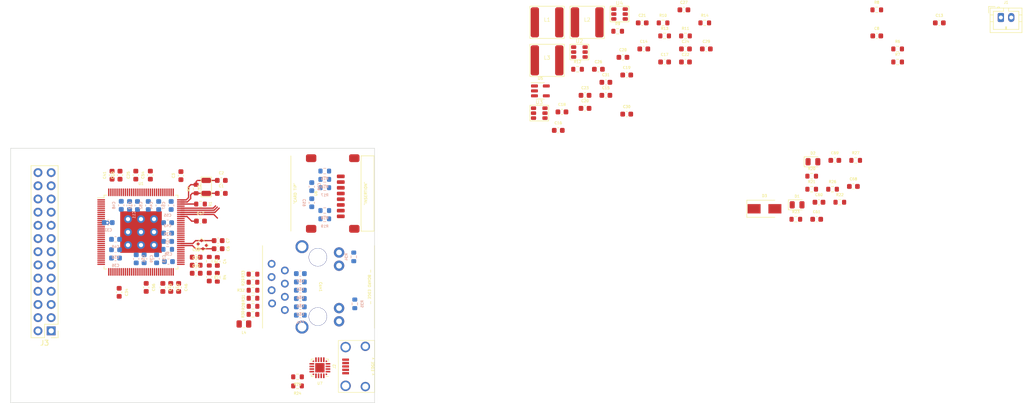
<source format=kicad_pcb>
(kicad_pcb (version 20211014) (generator pcbnew)
  (layers (0 "F.Cu" signal) (1 "In1.Cu" signal) (2 "In2.Cu" signal) (31 "B.Cu" signal) (36 "B.SilkS" user "B.Silkscreen") (37 "F.SilkS" user "F.Silkscreen") (38 "B.Mask" user) (39 "F.Mask" user) (44 "Edge.Cuts" user))
  (net 0 "")
  (net 1 "Net-(C1-Pad1)")
  (net 2 "GND")
  (net 3 "Net-(C2-Pad1)")
  (net 4 "Net-(C3-Pad1)")
  (net 5 "+1V8")
  (net 6 "Net-(C4-Pad2)")
  (net 7 "Net-(C6-Pad1)")
  (net 8 "Net-(C7-Pad1)")
  (net 9 "/CPU/CPU_RESET")
  (net 10 "Net-(C10-Pad1)")
  (net 11 "Net-(C11-Pad1)")
  (net 12 "Net-(C12-Pad1)")
  (net 13 "/CPU/LRADC")
  (net 14 "+12V")
  (net 15 "+3V3")
  (net 16 "Net-(C18-Pad1)")
  (net 17 "Net-(C18-Pad2)")
  (net 18 "Net-(C19-Pad1)")
  (net 19 "Net-(C19-Pad2)")
  (net 20 "Net-(C20-Pad1)")
  (net 21 "Net-(C20-Pad2)")
  (net 22 "Net-(C21-Pad2)")
  (net 23 "Net-(C22-Pad2)")
  (net 24 "+1V2")
  (net 25 "Net-(C23-Pad2)")
  (net 26 "+3V0")
  (net 27 "Net-(C60-Pad1)")
  (net 28 "Net-(C62-Pad1)")
  (net 29 "Net-(C63-Pad1)")
  (net 30 "/CPU/ETH_TXP")
  (net 31 "/CPU/ETH_TXN")
  (net 32 "/CPU/ETH_RXP")
  (net 33 "/CPU/ETH_RXN")
  (net 34 "/DebugUART/USB_VCC")
  (net 35 "Net-(Con1-Pad10)")
  (net 36 "Net-(Con1-Pad12)")
  (net 37 "Net-(D1-Pad1)")
  (net 38 "Net-(D2-Pad1)")
  (net 39 "/DebugUART/USB_D-")
  (net 40 "/DebugUART/USB_D+")
  (net 42 "Net-(L4-Pad1)")
  (net 43 "Net-(R1-Pad1)")
  (net 44 "Net-(R5-Pad1)")
  (net 45 "/CPU/MMC0_D2")
  (net 46 "/CPU/MMC0_D3")
  (net 47 "/CPU/MMC0_CMD")
  (net 48 "/CPU/MMC0_D0")
  (net 49 "/CPU/MMC0_D1")
  (net 50 "/DebugUART/USB_VBUS_DETECT")
  (net 51 "Net-(R22-Pad1)")
  (net 52 "Net-(R23-Pad1)")
  (net 53 "Net-(R24-Pad1)")
  (net 54 "/CPU/UART0_RX")
  (net 55 "Net-(R25-Pad1)")
  (net 56 "/CPU/UART0_TX")
  (net 57 "/DebugUART/TX_LED")
  (net 58 "/DebugUART/RX_LED")
  (net 59 "/CPU/ETH_LINK")
  (net 60 "/CPU/ETH_SPD")
  (net 61 "/CPU/CPU_PG4")
  (net 62 "/CPU/CPU_PG3")
  (net 63 "/CPU/CPU_PG2")
  (net 64 "/CPU/CPU_PG1")
  (net 65 "/CPU/CPU_PG0")
  (net 66 "/CPU/CPU_PE24")
  (net 67 "/CPU/CPU_PE23")
  (net 68 "/CPU/CPU_PE22")
  (net 69 "/CPU/CPU_PE21")
  (net 70 "/CPU/CPU_PE20")
  (net 71 "/CPU/CPU_PE19")
  (net 72 "/CPU/CPU_PE18")
  (net 73 "/CPU/CPU_PE17")
  (net 74 "/CPU/CPU_PE16")
  (net 75 "/CPU/CPU_PE15")
  (net 76 "/CPU/CPU_PE14")
  (net 77 "/CPU/CPU_PE13")
  (net 78 "/CPU/CPU_PE12")
  (net 79 "/CPU/CPU_PE11")
  (net 80 "/CPU/CPU_PE10")
  (net 81 "/CPU/CPU_PE9")
  (net 82 "/CPU/CPU_PE8")
  (net 83 "/CPU/CPU_PE7")
  (net 84 "/CPU/CPU_PE6")
  (net 85 "/CPU/CPU_PE5")
  (net 86 "/CPU/CPU_PE4")
  (net 87 "/CPU/CPU_PE3")
  (net 88 "/CPU/CPU_PE2")
  (net 89 "/CPU/CPU_PE1")
  (net 90 "/CPU/CPU_PE0")
  (net 91 "/CPU/CPU_PB0")
  (net 92 "/CPU/CPU_PB1")
  (net 93 "/CPU/CPU_PB2")
  (net 94 "/CPU/CPU_PB3")
  (net 95 "/CPU/CPU_PB4")
  (net 96 "/CPU/CPU_PB5")
  (net 97 "/CPU/CPU_PB6")
  (net 98 "/CPU/CPU_PB7")
  (net 99 "/CPU/CPU_PC0")
  (net 100 "/CPU/CPU_PC1")
  (net 101 "/CPU/CPU_PC2")
  (net 102 "/CPU/CPU_PC3")
  (net 109 "/CPU/CPU_PF6")
  (net 110 "/CPU/MMC0_CLK")
  (net 111 "/CPU/USB_DN")
  (net 112 "/CPU/USB_DP")
  (net 120 "/CPU/CPU_PG5")
  (footprint "Resistor_SMD:R_0603_1608Metric" (layer "F.Cu") (at 128.49 88.6)
    (fp_text reference "R30")
    (fp_text value "49.9")
  )
  (footprint "Capacitor_SMD:C_0603_1608Metric" (layer "F.Cu") (at 118.39 70.63)
    (fp_text reference "C47")
    (fp_text value "100n")
  )
  (footprint "Capacitor_SMD:C_0603_1608Metric" (layer "F.Cu") (at 200.385 50.03)
    (fp_text reference "C30")
    (fp_text value "10u")
  )
  (footprint "Capacitor_SMD:C_0603_1608Metric" (layer "F.Cu") (at 211.385 29.95)
    (fp_text reference "C27")
    (fp_text value "10u")
  )
  (footprint "Capacitor_SMD:C_0603_1608Metric" (layer "F.Cu") (at 192.365 48.92)
    (fp_text reference "C20")
    (fp_text value "100n")
  )
  (footprint "Capacitor_SMD:C_0603_1608Metric" (layer "F.Cu") (at 240.415 58.94)
    (fp_text reference "C69")
    (fp_text value "100n")
  )
  (footprint "Capacitor_SMD:C_0603_1608Metric" (layer "F.Cu") (at 117.57 79.13)
    (fp_text reference "C37")
    (fp_text value "1u")
  )
  (footprint "Capacitor_SMD:C_0603_1608Metric" (layer "F.Cu") (at 203.365 32.46)
    (fp_text reference "C21")
    (fp_text value "100p")
  )
  (footprint "Resistor_SMD:R_0603_1608Metric" (layer "F.Cu") (at 128.5 87.05)
    (fp_text reference "R28")
    (fp_text value "10")
  )
  (footprint "Capacitor_SMD:C_0603_1608Metric" (layer "F.Cu") (at 196.375 46.41)
    (fp_text reference "C15")
    (fp_text value "10u")
  )
  (footprint "Capacitor_SMD:C_0603_1608Metric" (layer "F.Cu") (at 192.365 46.41)
    (fp_text reference "C23")
    (fp_text value "100p")
  )
  (footprint "Capacitor_SMD:C_0603_1608Metric" (layer "F.Cu") (at 215.695 37.48)
    (fp_text reference "C29")
    (fp_text value "10u")
  )
  (footprint "Capacitor_SMD:C_0603_1608Metric" (layer "F.Cu") (at 236.925 70.28)
    (fp_text reference "C61")
    (fp_text value "100n")
  )
  (footprint "Capacitor_SMD:C_0603_1608Metric" (layer "F.Cu") (at 122.4 62.8)
    (fp_text reference "C2")
    (fp_text value "9p")
  )
  (footprint "v3s:TSOT26" (layer "F.Cu") (at 191.28 38.075)
    (fp_text reference "U2")
    (fp_text value "AP63200WU-7")
  )
  (footprint "Resistor_SMD:R_0603_1608Metric" (layer "F.Cu") (at 235.965 64.49)
    (fp_text reference "R21")
    (fp_text value "47.5k")
  )
  (footprint "Resistor_SMD:R_0603_1608Metric" (layer "F.Cu") (at 244.425 58.94)
    (fp_text reference "R27")
    (fp_text value "1k")
  )
  (footprint "Capacitor_SMD:C_0603_1608Metric" (layer "F.Cu") (at 211.685 37.48)
    (fp_text reference "C24")
    (fp_text value "100n")
  )
  (footprint "Capacitor_SMD:C_0603_1608Metric" (layer "F.Cu") (at 237.365 67)
    (fp_text reference "C60")
    (fp_text value "4.7u")
  )
  (footprint "Capacitor_SMD:C_0603_1608Metric" (layer "F.Cu") (at 203.665 37.48)
    (fp_text reference "C14")
    (fp_text value "10u")
  )
  (footprint "Capacitor_SMD:C_0603_1608Metric" (layer "F.Cu") (at 187.215 53.16)
    (fp_text reference "C16")
    (fp_text value "10u")
  )
  (footprint "Capacitor_SMD:C_0603_1608Metric" (layer "F.Cu") (at 194.935 41.39)
    (fp_text reference "C26")
    (fp_text value "10u")
  )
  (footprint "Capacitor_SMD:C_0603_1608Metric" (layer "F.Cu") (at 108.75 61.78 90)
    (fp_text reference "C54")
    (fp_text value "100n")
  )
  (footprint "Capacitor_SMD:C_0603_1608Metric" (layer "F.Cu") (at 121.79 74.4)
    (fp_text reference "C7")
    (fp_text value "6p")
  )
  (footprint "Resistor_SMD:R_0603_1608Metric" (layer "F.Cu") (at 211.685 34.97)
    (fp_text reference "R11")
    (fp_text value "62k")
  )
  (footprint "Capacitor_SMD:C_0603_1608Metric" (layer "F.Cu") (at 107.95 83.4 -90)
    (fp_text reference "C56")
    (fp_text value "100n")
  )
  (footprint "Capacitor_SMD:C_0603_1608Metric" (layer "F.Cu") (at 187.925 49.61)
    (fp_text reference "C18")
    (fp_text value "100n")
  )
  (footprint "Capacitor_SMD:C_0603_1608Metric" (layer "F.Cu") (at 117.57 77.58)
    (fp_text reference "C33")
    (fp_text value "10u")
  )
  (footprint "Resistor_SMD:R_0603_1608Metric" (layer "F.Cu") (at 128.49 80.85)
    (fp_text reference "R33")
    (fp_text value "49.9")
  )
  (footprint "Capacitor_SMD:C_0603_1608Metric" (layer "F.Cu") (at 243.985 63.96)
    (fp_text reference "C68")
    (fp_text value "4.7u")
  )
  (footprint "Resistor_SMD:R_0603_1608Metric" (layer "F.Cu") (at 252.495 37.48)
    (fp_text reference "R6")
    (fp_text value "100k")
  )
  (footprint "Capacitor_SMD:C_0603_1608Metric" (layer "F.Cu") (at 121.635 78.405 -90)
    (fp_text reference "C4")
    (fp_text value "100n")
  )
  (footprint "Resistor_SMD:R_0603_1608Metric" (layer "F.Cu") (at 128.495 83.95)
    (fp_text reference "R32")
    (fp_text value "49.9")
  )
  (footprint "Resistor_SMD:R_0603_1608Metric" (layer "F.Cu") (at 137.06 100.63 180)
    (fp_text reference "R25")
    (fp_text value "0")
  )
  (footprint "LED_SMD:LED_0805_2012Metric" (layer "F.Cu") (at 236.205 59.205)
    (fp_text reference "D2")
    (fp_text value "RED")
  )
  (footprint "Capacitor_SMD:C_0603_1608Metric" (layer "F.Cu") (at 112.67 83.41 -90)
    (fp_text reference "C42")
    (fp_text value "100n")
  )
  (footprint "Resistor_SMD:R_0603_1608Metric" (layer "F.Cu") (at 215.395 32.46)
    (fp_text reference "R14")
    (fp_text value "30.9k")
  )
  (footprint "Resistor_SMD:R_0603_1608Metric" (layer "F.Cu") (at 235.965 61.98)
    (fp_text reference "R20")
    (fp_text value "22.1K")
  )
  (footprint "Resistor_SMD:R_0603_1608Metric" (layer "F.Cu") (at 207.375 32.46)
    (fp_text reference "R10")
    (fp_text value "62k")
  )
  (footprint "Capacitor_SMD:C_0603_1608Metric" (layer "F.Cu") (at 260.515 32.46)
    (fp_text reference "C13")
    (fp_text value "100n")
  )
  (footprint "Capacitor_SMD:C_0603_1608Metric" (layer "F.Cu") (at 207.675 39.99)
    (fp_text reference "C17")
    (fp_text value "100n")
  )
  (footprint "Diode_SMD:D_SMA" (layer "F.Cu") (at 226.885 68.26)
    (fp_text reference "D3")
    (fp_text value "D_Small")
  )
  (footprint "v3s:74990111215A_RJ45" (layer "F.Cu") (at 140.97 83.31 -90)
    (fp_text reference "Con1")
    (fp_text value "74990111215A_RJ45")
  )
  (footprint "Capacitor_SMD:C_0603_1608Metric" (layer "F.Cu") (at 122.4 65.3)
    (fp_text reference "C1")
    (fp_text value "9p")
  )
  (footprint "Resistor_SMD:R_0603_1608Metric" (layer "F.Cu") (at 128.49 85.49)
    (fp_text reference "R31")
    (fp_text value "49.9")
  )
  (footprint "Capacitor_SMD:C_0603_1608Metric" (layer "F.Cu") (at 102.75 84.35 -90)
    (fp_text reference "C34")
    (fp_text value "100n")
  )
  (footprint "Capacitor_SMD:C_0603_1608Metric" (layer "F.Cu") (at 117.57 80.68)
    (fp_text reference "C40")
    (fp_text value "1u")
  )
  (footprint "Resistor_SMD:R_0603_1608Metric" (layer "F.Cu") (at 120.085 78.36 -90)
    (fp_text reference "R3")
    (fp_text value "2K 1%")
  )
  (footprint "Capacitor_SMD:C_0603_1608Metric" (layer "F.Cu") (at 114.63 61.88 90)
    (fp_text reference "C3")
    (fp_text value "4.7u")
  )
  (footprint "v3s:NRS6045T6R8" (layer "F.Cu") (at 192.78 32.355)
    (fp_text reference "L2")
    (fp_text value "NRS6045T6R8MMGK")
  )
  (footprint "Resistor_SMD:R_0603_1608Metric" (layer "F.Cu") (at 190.925 41.39)
    (fp_text reference "R12")
    (fp_text value "182k")
  )
  (footprint "Resistor_SMD:R_0603_1608Metric" (layer "F.Cu") (at 118.4 67.35)
    (fp_text reference "R1")
    (fp_text value "6k 1%")
  )
  (footprint "Capacitor_SMD:C_0603_1608Metric" (layer "F.Cu") (at 248.485 34.97)
    (fp_text reference "C8")
    (fp_text value "100n")
  )
  (footprint "v3s:NRS6045T6R8" (layer "F.Cu") (at 185.06 32.355)
    (fp_text reference "L1")
    (fp_text value "NRS6045T6R8MMGK")
  )
  (footprint "Resistor_SMD:R_0603_1608Metric" (layer "F.Cu") (at 248.485 29.95)
    (fp_text reference "R8")
    (fp_text value "200k 1%")
  )
  (footprint "Capacitor_SMD:C_0603_1608Metric" (layer "F.Cu") (at 199.655 39.09)
    (fp_text reference "C28")
    (fp_text value "10u")
  )
  (footprint "Package_DFN_QFN:SiliconLabs_QFN-20-1EP_3x3mm_P0.5mm_EP1.8x1.8mm" (layer "F.Cu") (at 141.36 98.88 180)
    (fp_text reference "U7")
    (fp_text value "CP2102N-Axx-xQFN20")
  )
  (footprint "Resistor_SMD:R_0603_1608Metric" (layer "F.Cu") (at 117.55 64.45 90)
    (fp_text reference "R2")
    (fp_text value "10Meg")
  )
  (footprint "Resistor_SMD:R_0603_1608Metric" (layer "F.Cu") (at 207.675 34.97)
    (fp_text reference "R13")
    (fp_text value "77.5k")
  )
  (footprint "v3s:LQFP-128_14x14mm_P0.4mm_EP8x8mm" (layer "F.Cu") (at 106.95 72.75)
    (fp_text reference "U1")
    (fp_text value "V3S")
  )
  (footprint "Capacitor_SMD:C_0603_1608Metric" (layer "F.Cu") (at 211.685 39.99)
    (fp_text reference "C22")
    (fp_text value "100p")
  )
  (footprint "v3s:XRCGB24M000F2P00R0" (layer "F.Cu") (at 118.73 75.18 135)
    (fp_text reference "Y2")
    (fp_text value "XRCGB24M000F2P00R0")
  )
  (footprint "Connector_PinHeader_2.54mm:PinHeader_2x13_P2.54mm_Vertical" (layer "F.Cu") (at 89.675 91.775 180)
    (fp_text reference "J3")
    (fp_text value "Conn_02x13_Odd_Even")
  )
  (footprint "v3s:TSOT26" (layer "F.Cu") (at 183.56 49.845)
    (fp_text reference "U3")
    (fp_text value "AP63200WU-7")
  )
  (footprint "v3s:TSOT26" (layer "F.Cu") (at 199 30.755)
    (fp_text reference "U4")
    (fp_text value "AP63200WU-7")
  )
  (footprint "Resistor_SMD:R_0603_1608Metric" (layer "F.Cu") (at 241.375 67)
    (fp_text reference "R22")
    (fp_text value "1k")
  )
  (footprint "Capacitor_SMD:C_0603_1608Metric" (layer "F.Cu") (at 114.19 83.41 -90)
    (fp_text reference "C46")
    (fp_text value "100n")
  )
  (footprint "Capacitor_SMD:C_0603_1608Metric" (layer "F.Cu") (at 200.385 42.5)
    (fp_text reference "C19")
    (fp_text value "100n")
  )
  (footprint "v3s:SC32S-7PF20PPM" (layer "F.Cu") (at 119.5 64.05 90)
    (fp_text reference "Y1")
    (fp_text value "SC32S-7PF20PPM")
  )
  (footprint "v3s:NRS6045T6R8" (layer "F.Cu") (at 185.06 39.675)
    (fp_text reference "L3")
    (fp_text value "NRS6045T6R8MMGK")
  )
  (footprint "Capacitor_SMD:C_0603_1608Metric" (layer "F.Cu") (at 196.375 43.9)
    (fp_text reference "C31")
    (fp_text value "10u")
  )
  (footprint "Package_TO_SOT_SMD:SOT-23-5" (layer "F.Cu") (at 183.775 45.56)
    (fp_text reference "U5")
    (fp_text value "NCP114ASN300T1G")
  )
  (footprint "Capacitor_SMD:C_0603_1608Metric" (layer "F.Cu") (at 120.08 81.405 -90)
    (fp_text reference "C5")
    (fp_text value "100n")
  )
  (footprint "Resistor_SMD:R_0603_1608Metric" (layer "F.Cu") (at 128.49 82.41)
    (fp_text reference "R29")
    (fp_text value "10")
  )
  (footprint "Capacitor_SMD:C_0603_1608Metric" (layer "F.Cu") (at 111.15 83.41 -90)
    (fp_text reference "C45")
    (fp_text value "100n")
  )
  (footprint "LED_SMD:LED_0805_2012Metric" (layer "F.Cu") (at 233.155 67.505)
    (fp_text reference "D1")
    (fp_text value "RED")
  )
  (footprint "Resistor_SMD:R_0603_1608Metric" (layer "F.Cu") (at 239.975 64.49)
    (fp_text reference "R26")
    (fp_text value "1k")
  )
  (footprint "Resistor_SMD:R_0603_1608Metric" (layer "F.Cu") (at 121.63 81.455 -90)
    (fp_text reference "R4")
    (fp_text value "2K 1%")
  )
  (footprint "v3s:629105150521" (layer "F.Cu") (at 151.91 98.63 90)
    (fp_text reference "J2")
    (fp_text value "629105150521")
  )
  (footprint "Connector_JST:JST_PH_B2B-PH-K_1x02_P2.00mm_Vertical" (layer "F.Cu") (at 272.355 31.42)
    (fp_text reference "J1")
    (fp_text value "Conn_01x02")
  )
  (footprint "Resistor_SMD:R_0603_1608Metric" (layer "F.Cu") (at 198.645 34.07)
    (fp_text reference "R9")
    (fp_text value "62k")
  )
  (footprint "Capacitor_SMD:C_0603_1608Metric" (layer "F.Cu") (at 102.91 61.79 90)
    (fp_text reference "C10")
    (fp_text value "100n")
  )
  (footprint "Resistor_SMD:R_0603_1608Metric" (layer "F.Cu") (at 232.915 70.28)
    (fp_text reference "R23")
    (fp_text value "1k")
  )
  (footprint "v3s:693072010801" (layer "F.Cu") (at 145.38 65.32 90)
    (fp_text reference "U6")
    (fp_text value "693072010801")
  )
  (footprint "Capacitor_SMD:C_0603_1608Metric" (layer "F.Cu") (at 105.95 61.78 90)
    (fp_text reference "C25")
    (fp_text value "1u")
  )
  (footprint "Resistor_SMD:R_0805_2012Metric" (layer "F.Cu") (at 126.75 90.45 180)
    (fp_text reference "L4")
    (fp_text value "FB")
  )
  (footprint "Capacitor_SMD:C_0603_1608Metric" (layer "F.Cu") (at 121.79 75.96)
    (fp_text reference "C6")
    (fp_text value "6p")
  )
  (footprint "Resistor_SMD:R_0603_1608Metric" (layer "F.Cu") (at 137.06 102.38 180)
    (fp_text reference "R24")
    (fp_text value "0")
  )
  (footprint "Resistor_SMD:R_0603_1608Metric" (layer "F.Cu") (at 252.495 39.99)
    (fp_text reference "R7")
    (fp_text value "200k 1%")
  )
  (footprint "Capacitor_SMD:C_0603_1608Metric" (layer "F.Cu") (at 101.38 61.79 90)
    (fp_text reference "C41")
    (fp_text value "100n")
  )
  (footprint "Capacitor_SMD:C_0603_1608Metric" (layer "B.Cu") (at 139.8 67.1 -90)
    (fp_text reference "C59")
    (fp_text value "100n")
  )
  (footprint "Capacitor_SMD:C_0603_1608Metric" (layer "B.Cu") (at 106.03 77.91 90)
    (fp_text reference "C51")
    (fp_text value "100n")
  )
  (footprint "Capacitor_SMD:C_0603_1608Metric" (layer "B.Cu") (at 102.05 74.15)
    (fp_text reference "C49")
    (fp_text value "100n")
  )
  (footprint "Capacitor_SMD:C_0603_1608Metric" (layer "B.Cu") (at 104.75 67.625 -90)
    (fp_text reference "C11")
    (fp_text value "1u")
  )
  (footprint "Capacitor_SMD:C_0603_1608Metric" (layer "B.Cu") (at 112.075 74.55 180)
    (fp_text reference "C35")
    (fp_text value "100n")
  )
  (footprint "Capacitor_SMD:C_0603_1608Metric" (layer "B.Cu") (at 108.35 67.625 -90)
    (fp_text reference "C52")
    (fp_text value "100n")
  )
  (footprint "Capacitor_SMD:C_0603_1608Metric" (layer "B.Cu") (at 112.075 70.95 180)
    (fp_text reference "C55")
    (fp_text value "100n")
  )
  (footprint "Capacitor_SMD:C_0603_1608Metric" (layer "B.Cu") (at 106.275 67.625 -90)
    (fp_text reference "C12")
    (fp_text value "1u")
  )
  (footprint "Capacitor_SMD:C_0603_1608Metric" (layer "B.Cu") (at 107.55 77.9 90)
    (fp_text reference "C39")
    (fp_text value "100n")
  )
  (footprint "Capacitor_SMD:C_0603_1608Metric" (layer "B.Cu") (at 137.6 80.75)
    (fp_text reference "C67")
    (fp_text value "15p")
  )
  (footprint "Capacitor_SMD:C_0603_1608Metric" (layer "B.Cu") (at 102.05 76.15)
    (fp_text reference "C50")
    (fp_text value "100n")
  )
  (footprint "Capacitor_SMD:C_0603_1608Metric" (layer "B.Cu") (at 103.15 67.6 -90)
    (fp_text reference "C48")
    (fp_text value "100n")
  )
  (footprint "Capacitor_SMD:C_0603_1608Metric" (layer "B.Cu") (at 137.6 83.95)
    (fp_text reference "C66")
    (fp_text value "15p")
  )
  (footprint "Capacitor_SMD:C_0603_1608Metric" (layer "B.Cu") (at 137.6 82.35)
    (fp_text reference "C63")
    (fp_text value "100n")
  )
  (footprint "Resistor_SMD:R_0603_1608Metric" (layer "B.Cu") (at 142.3 62.6)
    (fp_text reference "R16")
    (fp_text value "47k")
  )
  (footprint "Capacitor_SMD:C_0603_1608Metric" (layer "B.Cu") (at 137.6 85.55)
    (fp_text reference "C65")
    (fp_text value "15p")
  )
  (footprint "Resistor_SMD:R_0603_1608Metric" (layer "B.Cu") (at 142.3 68.6)
    (fp_text reference "R18")
    (fp_text value "47k")
  )
  (footprint "Capacitor_SMD:C_0603_1608Metric" (layer "B.Cu") (at 139.8 64 90)
    (fp_text reference "C58")
    (fp_text value "10u")
  )
  (footprint "Capacitor_SMD:C_0603_1608Metric" (layer "B.Cu") (at 112.075 72.95 180)
    (fp_text reference "C43")
    (fp_text value "100n")
  )
  (footprint "Capacitor_SMD:C_0603_1608Metric" (layer "B.Cu") (at 137.6 87.15)
    (fp_text reference "C62")
    (fp_text value "100n")
  )
  (footprint "Resistor_SMD:R_0603_1608Metric" (layer "B.Cu") (at 147.875 77.525 -90)
    (fp_text reference "R34")
    (fp_text value "1k")
  )
  (footprint "Resistor_SMD:R_0603_1608Metric" (layer "B.Cu") (at 112.08 76.08 180)
    (fp_text reference "R5")
    (fp_text value "240 1%")
  )
  (footprint "Capacitor_SMD:C_0603_1608Metric" (layer "B.Cu") (at 109.95 77.9 90)
    (fp_text reference "C53")
    (fp_text value "100n")
  )
  (footprint "Resistor_SMD:R_0603_1608Metric" (layer "B.Cu") (at 142.3 64.2)
    (fp_text reference "R17")
    (fp_text value "47k")
  )
  (footprint "Capacitor_SMD:C_0603_1608Metric" (layer "B.Cu") (at 110.35 67.625 -90)
    (fp_text reference "C44")
    (fp_text value "100n")
  )
  (footprint "Capacitor_SMD:C_0603_1608Metric" (layer "B.Cu") (at 137.6 88.75)
    (fp_text reference "C64")
    (fp_text value "15p")
  )
  (footprint "Resistor_SMD:R_0603_1608Metric" (layer "B.Cu") (at 148.075 86.575 90)
    (fp_text reference "R35")
    (fp_text value "1k")
  )
  (footprint "Capacitor_SMD:C_0603_1608Metric" (layer "B.Cu") (at 112.75 67.625 -90)
    (fp_text reference "C57")
    (fp_text value "100n")
  )
  (footprint "Capacitor_SMD:C_0603_1608Metric" (layer "B.Cu") (at 100.65 70.925)
    (fp_text reference "C32")
    (fp_text value "100n")
  )
  (footprint "Capacitor_SMD:C_0603_1608Metric" (layer "B.Cu") (at 112.23 78.44 180)
    (fp_text reference "C38")
    (fp_text value "100n")
  )
  (footprint "Resistor_SMD:R_0603_1608Metric" (layer "B.Cu") (at 142.3 70.2)
    (fp_text reference "R19")
    (fp_text value "47k")
  )
  (footprint "Capacitor_SMD:C_0603_1608Metric" (layer "B.Cu") (at 102.05 77.75)
    (fp_text reference "C36")
    (fp_text value "100n")
  )
  (footprint "Resistor_SMD:R_0603_1608Metric" (layer "B.Cu") (at 142.3 61)
    (fp_text reference "R15")
    (fp_text value "47k")
  )
  (gr_line (start 81.875 105.625) (end 81.875 56.625) (layer "Edge.Cuts") (width 0.1))
  (gr_line (start 151.875 105.625) (end 81.875 105.625) (layer "Edge.Cuts") (width 0.1))
  (gr_line (start 151.875 105.625) (end 151.875 56.625) (layer "Edge.Cuts") (width 0.1))
  (gr_line (start 151.875 56.625) (end 81.875 56.625) (layer "Edge.Cuts") (width 0.1))
  (segment (start 121.6 65.275) (end 121.625 65.3) (width 0.25) (layer "F.Cu") (net 1))
  (segment (start 116.5 65.6) (end 116.825 65.275) (width 0.25) (layer "F.Cu") (net 1))
  (segment (start 117.55 65.275) (end 121.6 65.275) (width 0.25) (layer "F.Cu") (net 1))
  (segment (start 115.85 66.95) (end 116.5 66.3) (width 0.25) (layer "F.Cu") (net 1))
  (segment (start 116.5 66.3) (end 116.5 65.6) (width 0.25) (layer "F.Cu") (net 1))
  (segment (start 114.6125 66.95) (end 115.85 66.95) (width 0.25) (layer "F.Cu") (net 1))
  (segment (start 116.825 65.275) (end 117.55 65.275) (width 0.25) (layer "F.Cu") (net 1))
  (segment (start 119.5 62.8) (end 121.625 62.8) (width 0.25) (layer "F.Cu") (net 3))
  (segment (start 116.525 63.625) (end 117.55 63.625) (width 0.25) (layer "F.Cu") (net 3))
  (segment (start 115.65 66.55) (end 116.1 66.1) (width 0.25) (layer "F.Cu") (net 3))
  (segment (start 117.55 63.05) (end 117.55 63.625) (width 0.25) (layer "F.Cu") (net 3))
  (segment (start 117.8 62.8) (end 117.55 63.05) (width 0.25) (layer "F.Cu") (net 3))
  (segment (start 116.1 66.1) (end 116.1 64.05) (width 0.25) (layer "F.Cu") (net 3))
  (segment (start 116.1 64.05) (end 116.525 63.625) (width 0.25) (layer "F.Cu") (net 3))
  (segment (start 114.6125 66.55) (end 115.65 66.55) (width 0.25) (layer "F.Cu") (net 3))
  (segment (start 119.5 62.8) (end 117.8 62.8) (width 0.25) (layer "F.Cu") (net 3))
  (segment (start 118.871421 75.957817) (end 121.012817 75.957817) (width 0.25) (layer "F.Cu") (net 7))
  (segment (start 116.85 75.35) (end 114.6125 75.35) (width 0.25) (layer "F.Cu") (net 7))
  (segment (start 121.012817 75.957817) (end 121.015 75.96) (width 0.25) (layer "F.Cu") (net 7))
  (segment (start 117.457817 75.957817) (end 116.85 75.35) (width 0.25) (layer "F.Cu") (net 7))
  (segment (start 118.871421 75.957817) (end 117.457817 75.957817) (width 0.25) (layer "F.Cu") (net 7))
  (segment (start 118.590762 74.4) (end 118.588579 74.402183) (width 0.25) (layer "F.Cu") (net 8))
  (segment (start 114.6125 74.95) (end 116.91 74.95) (width 0.25) (layer "F.Cu") (net 8))
  (segment (start 121.015 74.4) (end 118.590762 74.4) (width 0.25) (layer "F.Cu") (net 8))
  (segment (start 116.91 74.95) (end 117.457817 74.402183) (width 0.25) (layer "F.Cu") (net 8))
  (segment (start 117.457817 74.402183) (end 118.588579 74.402183) (width 0.25) (layer "F.Cu") (net 8))
  (segment (start 100.471554 70.95) (end 100.475826 70.954272) (width 0.25) (layer "F.Cu") (net 15))
  (segment (start 99.2875 70.95) (end 100.471554 70.95) (width 0.25) (layer "F.Cu") (net 15))
  (via (at 100.475826 70.954272) (size 0.8) (drill 0.4) (layers "F.Cu" "B.Cu") (net 15))
  (segment (start 117.595 70.65) (end 117.615 70.63) (width 0.25) (layer "F.Cu") (net 24))
  (segment (start 116.7 70.65) (end 117.595 70.65) (width 0.25) (layer "F.Cu") (net 24))
  (segment (start 114.6125 69.75) (end 115.8 69.75) (width 0.25) (layer "F.Cu") (net 24))
  (segment (start 115.8 69.75) (end 116.7 70.65) (width 0.25) (layer "F.Cu") (net 24))
  (segment (start 114.6125 68.15) (end 120.85 68.15) (width 0.25) (layer "F.Cu") (net 30))
  (segment (start 120.85 68.15) (end 121.3 67.7) (width 0.25) (layer "F.Cu") (net 30))
  (segment (start 114.6125 68.55) (end 121.015686 68.55) (width 0.25) (layer "F.Cu") (net 31))
  (segment (start 121.015686 68.55) (end 121.632843 67.932843) (width 0.25) (layer "F.Cu") (net 31))
  (segment (start 114.6125 68.95) (end 121.181372 68.95) (width 0.25) (layer "F.Cu") (net 32))
  (segment (start 121.181372 68.95) (end 121.990686 68.140686) (width 0.25) (layer "F.Cu") (net 32))
  (segment (start 120.95 69.35) (end 121.66 70.06) (width 0.25) (layer "F.Cu") (net 33))
  (segment (start 114.6125 69.35) (end 120.95 69.35) (width 0.25) (layer "F.Cu") (net 33))
  (segment (start 114.6125 67.35) (end 117.575 67.35) (width 0.25) (layer "F.Cu") (net 43))
)
</source>
